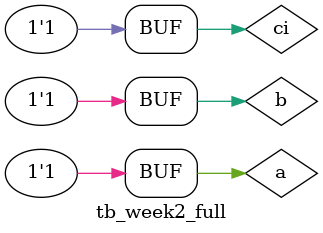
<source format=v>
`timescale 1ns / 1ps


module tb_week2_full();
reg a,b,ci;
wire c,s;
week2_full u1(.a(a), .b(b), .ci(ci), .c(c), .s(s));

initial begin 
    a=1'b0; b=1'b0; ci=1'b0; #1;
    a=1'b0; b=1'b0; ci=1'b1; #1;
    a=1'b0; b=1'b1; ci=1'b0; #1;
    a=1'b0; b=1'b1; ci=1'b1; #1;
    a=1'b1; b=1'b0; ci=1'b0; #1;
    a=1'b1; b=1'b0; ci=1'b1; #1;
    a=1'b1; b=1'b1; ci=1'b0; #1;
    a=1'b1; b=1'b1; ci=1'b1;
end

endmodule

</source>
